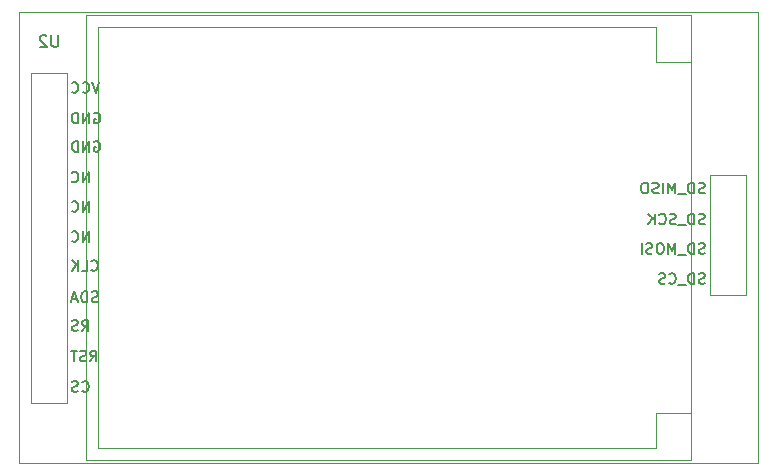
<source format=gbr>
%TF.GenerationSoftware,KiCad,Pcbnew,5.1.10-88a1d61d58~90~ubuntu20.04.1*%
%TF.CreationDate,2021-09-12T16:28:58-04:00*%
%TF.ProjectId,VoltageCurrentPowerMeter,566f6c74-6167-4654-9375-7272656e7450,rev?*%
%TF.SameCoordinates,Original*%
%TF.FileFunction,Legend,Bot*%
%TF.FilePolarity,Positive*%
%FSLAX46Y46*%
G04 Gerber Fmt 4.6, Leading zero omitted, Abs format (unit mm)*
G04 Created by KiCad (PCBNEW 5.1.10-88a1d61d58~90~ubuntu20.04.1) date 2021-09-12 16:28:58*
%MOMM*%
%LPD*%
G01*
G04 APERTURE LIST*
%ADD10C,0.120000*%
%ADD11C,0.150000*%
G04 APERTURE END LIST*
D10*
%TO.C,U2*%
X55327800Y-89097800D02*
X52327800Y-89097800D01*
X52247800Y-116997800D02*
X52247800Y-89097800D01*
X55327800Y-116997800D02*
X55327800Y-89097800D01*
X55327800Y-116997800D02*
X52327800Y-116997800D01*
X51257200Y-122097800D02*
X113807200Y-122097800D01*
X113807200Y-122097800D02*
X113807200Y-83897800D01*
X51257200Y-83897800D02*
X113807200Y-83897800D01*
X51257200Y-122097800D02*
X51257200Y-83897800D01*
X109757200Y-107904280D02*
X112757200Y-107904280D01*
X112757200Y-107904280D02*
X112757200Y-97723960D01*
X112757200Y-97723960D02*
X109757200Y-97723960D01*
X109757200Y-97723960D02*
X109757200Y-107904280D01*
X56892200Y-121837800D02*
X56892200Y-84157800D01*
X108172200Y-121837800D02*
X108172200Y-84157800D01*
X56892200Y-121837800D02*
X108172200Y-121837800D01*
X56892200Y-84157800D02*
X108172200Y-84157800D01*
X57892200Y-120837800D02*
X57892200Y-85157800D01*
X57892200Y-120837800D02*
X105172200Y-120837800D01*
X57892200Y-85157800D02*
X105172200Y-85157800D01*
X105172200Y-120837800D02*
X105172200Y-117837800D01*
X105172200Y-88157800D02*
X105172200Y-85157800D01*
X105172200Y-117837800D02*
X108172200Y-117837800D01*
X105172200Y-88157800D02*
X108172200Y-88157800D01*
D11*
X54559104Y-85863180D02*
X54559104Y-86672704D01*
X54511485Y-86767942D01*
X54463866Y-86815561D01*
X54368628Y-86863180D01*
X54178152Y-86863180D01*
X54082914Y-86815561D01*
X54035295Y-86767942D01*
X53987676Y-86672704D01*
X53987676Y-85863180D01*
X53559104Y-85958419D02*
X53511485Y-85910800D01*
X53416247Y-85863180D01*
X53178152Y-85863180D01*
X53082914Y-85910800D01*
X53035295Y-85958419D01*
X52987676Y-86053657D01*
X52987676Y-86148895D01*
X53035295Y-86291752D01*
X53606723Y-86863180D01*
X52987676Y-86863180D01*
X58030414Y-89844782D02*
X57730414Y-90744782D01*
X57430414Y-89844782D01*
X56616128Y-90659068D02*
X56658985Y-90701925D01*
X56787557Y-90744782D01*
X56873271Y-90744782D01*
X57001842Y-90701925D01*
X57087557Y-90616211D01*
X57130414Y-90530497D01*
X57173271Y-90359068D01*
X57173271Y-90230497D01*
X57130414Y-90059068D01*
X57087557Y-89973354D01*
X57001842Y-89887640D01*
X56873271Y-89844782D01*
X56787557Y-89844782D01*
X56658985Y-89887640D01*
X56616128Y-89930497D01*
X55716128Y-90659068D02*
X55758985Y-90701925D01*
X55887557Y-90744782D01*
X55973271Y-90744782D01*
X56101842Y-90701925D01*
X56187557Y-90616211D01*
X56230414Y-90530497D01*
X56273271Y-90359068D01*
X56273271Y-90230497D01*
X56230414Y-90059068D01*
X56187557Y-89973354D01*
X56101842Y-89887640D01*
X55973271Y-89844782D01*
X55887557Y-89844782D01*
X55758985Y-89887640D01*
X55716128Y-89930497D01*
X57601842Y-92468280D02*
X57687557Y-92425422D01*
X57816128Y-92425422D01*
X57944700Y-92468280D01*
X58030414Y-92553994D01*
X58073271Y-92639708D01*
X58116128Y-92811137D01*
X58116128Y-92939708D01*
X58073271Y-93111137D01*
X58030414Y-93196851D01*
X57944700Y-93282565D01*
X57816128Y-93325422D01*
X57730414Y-93325422D01*
X57601842Y-93282565D01*
X57558985Y-93239708D01*
X57558985Y-92939708D01*
X57730414Y-92939708D01*
X57173271Y-93325422D02*
X57173271Y-92425422D01*
X56658985Y-93325422D01*
X56658985Y-92425422D01*
X56230414Y-93325422D02*
X56230414Y-92425422D01*
X56016128Y-92425422D01*
X55887557Y-92468280D01*
X55801842Y-92553994D01*
X55758985Y-92639708D01*
X55716128Y-92811137D01*
X55716128Y-92939708D01*
X55758985Y-93111137D01*
X55801842Y-93196851D01*
X55887557Y-93282565D01*
X56016128Y-93325422D01*
X56230414Y-93325422D01*
X57601842Y-94901600D02*
X57687557Y-94858742D01*
X57816128Y-94858742D01*
X57944700Y-94901600D01*
X58030414Y-94987314D01*
X58073271Y-95073028D01*
X58116128Y-95244457D01*
X58116128Y-95373028D01*
X58073271Y-95544457D01*
X58030414Y-95630171D01*
X57944700Y-95715885D01*
X57816128Y-95758742D01*
X57730414Y-95758742D01*
X57601842Y-95715885D01*
X57558985Y-95673028D01*
X57558985Y-95373028D01*
X57730414Y-95373028D01*
X57173271Y-95758742D02*
X57173271Y-94858742D01*
X56658985Y-95758742D01*
X56658985Y-94858742D01*
X56230414Y-95758742D02*
X56230414Y-94858742D01*
X56016128Y-94858742D01*
X55887557Y-94901600D01*
X55801842Y-94987314D01*
X55758985Y-95073028D01*
X55716128Y-95244457D01*
X55716128Y-95373028D01*
X55758985Y-95544457D01*
X55801842Y-95630171D01*
X55887557Y-95715885D01*
X56016128Y-95758742D01*
X56230414Y-95758742D01*
X57173271Y-98344462D02*
X57173271Y-97444462D01*
X56658985Y-98344462D01*
X56658985Y-97444462D01*
X55716128Y-98258748D02*
X55758985Y-98301605D01*
X55887557Y-98344462D01*
X55973271Y-98344462D01*
X56101842Y-98301605D01*
X56187557Y-98215891D01*
X56230414Y-98130177D01*
X56273271Y-97958748D01*
X56273271Y-97830177D01*
X56230414Y-97658748D01*
X56187557Y-97573034D01*
X56101842Y-97487320D01*
X55973271Y-97444462D01*
X55887557Y-97444462D01*
X55758985Y-97487320D01*
X55716128Y-97530177D01*
X57173271Y-100823502D02*
X57173271Y-99923502D01*
X56658985Y-100823502D01*
X56658985Y-99923502D01*
X55716128Y-100737788D02*
X55758985Y-100780645D01*
X55887557Y-100823502D01*
X55973271Y-100823502D01*
X56101842Y-100780645D01*
X56187557Y-100694931D01*
X56230414Y-100609217D01*
X56273271Y-100437788D01*
X56273271Y-100309217D01*
X56230414Y-100137788D01*
X56187557Y-100052074D01*
X56101842Y-99966360D01*
X55973271Y-99923502D01*
X55887557Y-99923502D01*
X55758985Y-99966360D01*
X55716128Y-100009217D01*
X57173271Y-103358422D02*
X57173271Y-102458422D01*
X56658985Y-103358422D01*
X56658985Y-102458422D01*
X55716128Y-103272708D02*
X55758985Y-103315565D01*
X55887557Y-103358422D01*
X55973271Y-103358422D01*
X56101842Y-103315565D01*
X56187557Y-103229851D01*
X56230414Y-103144137D01*
X56273271Y-102972708D01*
X56273271Y-102844137D01*
X56230414Y-102672708D01*
X56187557Y-102586994D01*
X56101842Y-102501280D01*
X55973271Y-102458422D01*
X55887557Y-102458422D01*
X55758985Y-102501280D01*
X55716128Y-102544137D01*
X57344700Y-105756828D02*
X57387557Y-105799685D01*
X57516128Y-105842542D01*
X57601842Y-105842542D01*
X57730414Y-105799685D01*
X57816128Y-105713971D01*
X57858985Y-105628257D01*
X57901842Y-105456828D01*
X57901842Y-105328257D01*
X57858985Y-105156828D01*
X57816128Y-105071114D01*
X57730414Y-104985400D01*
X57601842Y-104942542D01*
X57516128Y-104942542D01*
X57387557Y-104985400D01*
X57344700Y-105028257D01*
X56530414Y-105842542D02*
X56958985Y-105842542D01*
X56958985Y-104942542D01*
X56230414Y-105842542D02*
X56230414Y-104942542D01*
X55716128Y-105842542D02*
X56101842Y-105328257D01*
X55716128Y-104942542D02*
X56230414Y-105456828D01*
X57901842Y-108436205D02*
X57773271Y-108479062D01*
X57558985Y-108479062D01*
X57473271Y-108436205D01*
X57430414Y-108393348D01*
X57387557Y-108307634D01*
X57387557Y-108221920D01*
X57430414Y-108136205D01*
X57473271Y-108093348D01*
X57558985Y-108050491D01*
X57730414Y-108007634D01*
X57816128Y-107964777D01*
X57858985Y-107921920D01*
X57901842Y-107836205D01*
X57901842Y-107750491D01*
X57858985Y-107664777D01*
X57816128Y-107621920D01*
X57730414Y-107579062D01*
X57516128Y-107579062D01*
X57387557Y-107621920D01*
X57001842Y-108479062D02*
X57001842Y-107579062D01*
X56787557Y-107579062D01*
X56658985Y-107621920D01*
X56573271Y-107707634D01*
X56530414Y-107793348D01*
X56487557Y-107964777D01*
X56487557Y-108093348D01*
X56530414Y-108264777D01*
X56573271Y-108350491D01*
X56658985Y-108436205D01*
X56787557Y-108479062D01*
X57001842Y-108479062D01*
X56144700Y-108221920D02*
X55716128Y-108221920D01*
X56230414Y-108479062D02*
X55930414Y-107579062D01*
X55630414Y-108479062D01*
X56573271Y-110907302D02*
X56873271Y-110478731D01*
X57087557Y-110907302D02*
X57087557Y-110007302D01*
X56744700Y-110007302D01*
X56658985Y-110050160D01*
X56616128Y-110093017D01*
X56573271Y-110178731D01*
X56573271Y-110307302D01*
X56616128Y-110393017D01*
X56658985Y-110435874D01*
X56744700Y-110478731D01*
X57087557Y-110478731D01*
X56230414Y-110864445D02*
X56101842Y-110907302D01*
X55887557Y-110907302D01*
X55801842Y-110864445D01*
X55758985Y-110821588D01*
X55716128Y-110735874D01*
X55716128Y-110650160D01*
X55758985Y-110564445D01*
X55801842Y-110521588D01*
X55887557Y-110478731D01*
X56058985Y-110435874D01*
X56144700Y-110393017D01*
X56187557Y-110350160D01*
X56230414Y-110264445D01*
X56230414Y-110178731D01*
X56187557Y-110093017D01*
X56144700Y-110050160D01*
X56058985Y-110007302D01*
X55844700Y-110007302D01*
X55716128Y-110050160D01*
X57258985Y-113493022D02*
X57558985Y-113064451D01*
X57773271Y-113493022D02*
X57773271Y-112593022D01*
X57430414Y-112593022D01*
X57344700Y-112635880D01*
X57301842Y-112678737D01*
X57258985Y-112764451D01*
X57258985Y-112893022D01*
X57301842Y-112978737D01*
X57344700Y-113021594D01*
X57430414Y-113064451D01*
X57773271Y-113064451D01*
X56916128Y-113450165D02*
X56787557Y-113493022D01*
X56573271Y-113493022D01*
X56487557Y-113450165D01*
X56444700Y-113407308D01*
X56401842Y-113321594D01*
X56401842Y-113235880D01*
X56444700Y-113150165D01*
X56487557Y-113107308D01*
X56573271Y-113064451D01*
X56744700Y-113021594D01*
X56830414Y-112978737D01*
X56873271Y-112935880D01*
X56916128Y-112850165D01*
X56916128Y-112764451D01*
X56873271Y-112678737D01*
X56830414Y-112635880D01*
X56744700Y-112593022D01*
X56530414Y-112593022D01*
X56401842Y-112635880D01*
X56144700Y-112593022D02*
X55630414Y-112593022D01*
X55887557Y-113493022D02*
X55887557Y-112593022D01*
X56573271Y-115993028D02*
X56616128Y-116035885D01*
X56744700Y-116078742D01*
X56830414Y-116078742D01*
X56958985Y-116035885D01*
X57044700Y-115950171D01*
X57087557Y-115864457D01*
X57130414Y-115693028D01*
X57130414Y-115564457D01*
X57087557Y-115393028D01*
X57044700Y-115307314D01*
X56958985Y-115221600D01*
X56830414Y-115178742D01*
X56744700Y-115178742D01*
X56616128Y-115221600D01*
X56573271Y-115264457D01*
X56230414Y-116035885D02*
X56101842Y-116078742D01*
X55887557Y-116078742D01*
X55801842Y-116035885D01*
X55758985Y-115993028D01*
X55716128Y-115907314D01*
X55716128Y-115821600D01*
X55758985Y-115735885D01*
X55801842Y-115693028D01*
X55887557Y-115650171D01*
X56058985Y-115607314D01*
X56144700Y-115564457D01*
X56187557Y-115521600D01*
X56230414Y-115435885D01*
X56230414Y-115350171D01*
X56187557Y-115264457D01*
X56144700Y-115221600D01*
X56058985Y-115178742D01*
X55844700Y-115178742D01*
X55716128Y-115221600D01*
X109288271Y-99216005D02*
X109159700Y-99258862D01*
X108945414Y-99258862D01*
X108859700Y-99216005D01*
X108816842Y-99173148D01*
X108773985Y-99087434D01*
X108773985Y-99001720D01*
X108816842Y-98916005D01*
X108859700Y-98873148D01*
X108945414Y-98830291D01*
X109116842Y-98787434D01*
X109202557Y-98744577D01*
X109245414Y-98701720D01*
X109288271Y-98616005D01*
X109288271Y-98530291D01*
X109245414Y-98444577D01*
X109202557Y-98401720D01*
X109116842Y-98358862D01*
X108902557Y-98358862D01*
X108773985Y-98401720D01*
X108388271Y-99258862D02*
X108388271Y-98358862D01*
X108173985Y-98358862D01*
X108045414Y-98401720D01*
X107959700Y-98487434D01*
X107916842Y-98573148D01*
X107873985Y-98744577D01*
X107873985Y-98873148D01*
X107916842Y-99044577D01*
X107959700Y-99130291D01*
X108045414Y-99216005D01*
X108173985Y-99258862D01*
X108388271Y-99258862D01*
X107702557Y-99344577D02*
X107016842Y-99344577D01*
X106802557Y-99258862D02*
X106802557Y-98358862D01*
X106502557Y-99001720D01*
X106202557Y-98358862D01*
X106202557Y-99258862D01*
X105773985Y-99258862D02*
X105773985Y-98358862D01*
X105388271Y-99216005D02*
X105259700Y-99258862D01*
X105045414Y-99258862D01*
X104959700Y-99216005D01*
X104916842Y-99173148D01*
X104873985Y-99087434D01*
X104873985Y-99001720D01*
X104916842Y-98916005D01*
X104959700Y-98873148D01*
X105045414Y-98830291D01*
X105216842Y-98787434D01*
X105302557Y-98744577D01*
X105345414Y-98701720D01*
X105388271Y-98616005D01*
X105388271Y-98530291D01*
X105345414Y-98444577D01*
X105302557Y-98401720D01*
X105216842Y-98358862D01*
X105002557Y-98358862D01*
X104873985Y-98401720D01*
X104316842Y-98358862D02*
X104145414Y-98358862D01*
X104059700Y-98401720D01*
X103973985Y-98487434D01*
X103931128Y-98658862D01*
X103931128Y-98958862D01*
X103973985Y-99130291D01*
X104059700Y-99216005D01*
X104145414Y-99258862D01*
X104316842Y-99258862D01*
X104402557Y-99216005D01*
X104488271Y-99130291D01*
X104531128Y-98958862D01*
X104531128Y-98658862D01*
X104488271Y-98487434D01*
X104402557Y-98401720D01*
X104316842Y-98358862D01*
X109288271Y-101862685D02*
X109159700Y-101905542D01*
X108945414Y-101905542D01*
X108859700Y-101862685D01*
X108816842Y-101819828D01*
X108773985Y-101734114D01*
X108773985Y-101648400D01*
X108816842Y-101562685D01*
X108859700Y-101519828D01*
X108945414Y-101476971D01*
X109116842Y-101434114D01*
X109202557Y-101391257D01*
X109245414Y-101348400D01*
X109288271Y-101262685D01*
X109288271Y-101176971D01*
X109245414Y-101091257D01*
X109202557Y-101048400D01*
X109116842Y-101005542D01*
X108902557Y-101005542D01*
X108773985Y-101048400D01*
X108388271Y-101905542D02*
X108388271Y-101005542D01*
X108173985Y-101005542D01*
X108045414Y-101048400D01*
X107959700Y-101134114D01*
X107916842Y-101219828D01*
X107873985Y-101391257D01*
X107873985Y-101519828D01*
X107916842Y-101691257D01*
X107959700Y-101776971D01*
X108045414Y-101862685D01*
X108173985Y-101905542D01*
X108388271Y-101905542D01*
X107702557Y-101991257D02*
X107016842Y-101991257D01*
X106845414Y-101862685D02*
X106716842Y-101905542D01*
X106502557Y-101905542D01*
X106416842Y-101862685D01*
X106373985Y-101819828D01*
X106331128Y-101734114D01*
X106331128Y-101648400D01*
X106373985Y-101562685D01*
X106416842Y-101519828D01*
X106502557Y-101476971D01*
X106673985Y-101434114D01*
X106759700Y-101391257D01*
X106802557Y-101348400D01*
X106845414Y-101262685D01*
X106845414Y-101176971D01*
X106802557Y-101091257D01*
X106759700Y-101048400D01*
X106673985Y-101005542D01*
X106459700Y-101005542D01*
X106331128Y-101048400D01*
X105431128Y-101819828D02*
X105473985Y-101862685D01*
X105602557Y-101905542D01*
X105688271Y-101905542D01*
X105816842Y-101862685D01*
X105902557Y-101776971D01*
X105945414Y-101691257D01*
X105988271Y-101519828D01*
X105988271Y-101391257D01*
X105945414Y-101219828D01*
X105902557Y-101134114D01*
X105816842Y-101048400D01*
X105688271Y-101005542D01*
X105602557Y-101005542D01*
X105473985Y-101048400D01*
X105431128Y-101091257D01*
X105045414Y-101905542D02*
X105045414Y-101005542D01*
X104531128Y-101905542D02*
X104916842Y-101391257D01*
X104531128Y-101005542D02*
X105045414Y-101519828D01*
X109288271Y-104341725D02*
X109159700Y-104384582D01*
X108945414Y-104384582D01*
X108859700Y-104341725D01*
X108816842Y-104298868D01*
X108773985Y-104213154D01*
X108773985Y-104127440D01*
X108816842Y-104041725D01*
X108859700Y-103998868D01*
X108945414Y-103956011D01*
X109116842Y-103913154D01*
X109202557Y-103870297D01*
X109245414Y-103827440D01*
X109288271Y-103741725D01*
X109288271Y-103656011D01*
X109245414Y-103570297D01*
X109202557Y-103527440D01*
X109116842Y-103484582D01*
X108902557Y-103484582D01*
X108773985Y-103527440D01*
X108388271Y-104384582D02*
X108388271Y-103484582D01*
X108173985Y-103484582D01*
X108045414Y-103527440D01*
X107959700Y-103613154D01*
X107916842Y-103698868D01*
X107873985Y-103870297D01*
X107873985Y-103998868D01*
X107916842Y-104170297D01*
X107959700Y-104256011D01*
X108045414Y-104341725D01*
X108173985Y-104384582D01*
X108388271Y-104384582D01*
X107702557Y-104470297D02*
X107016842Y-104470297D01*
X106802557Y-104384582D02*
X106802557Y-103484582D01*
X106502557Y-104127440D01*
X106202557Y-103484582D01*
X106202557Y-104384582D01*
X105602557Y-103484582D02*
X105431128Y-103484582D01*
X105345414Y-103527440D01*
X105259700Y-103613154D01*
X105216842Y-103784582D01*
X105216842Y-104084582D01*
X105259700Y-104256011D01*
X105345414Y-104341725D01*
X105431128Y-104384582D01*
X105602557Y-104384582D01*
X105688271Y-104341725D01*
X105773985Y-104256011D01*
X105816842Y-104084582D01*
X105816842Y-103784582D01*
X105773985Y-103613154D01*
X105688271Y-103527440D01*
X105602557Y-103484582D01*
X104873985Y-104341725D02*
X104745414Y-104384582D01*
X104531128Y-104384582D01*
X104445414Y-104341725D01*
X104402557Y-104298868D01*
X104359700Y-104213154D01*
X104359700Y-104127440D01*
X104402557Y-104041725D01*
X104445414Y-103998868D01*
X104531128Y-103956011D01*
X104702557Y-103913154D01*
X104788271Y-103870297D01*
X104831128Y-103827440D01*
X104873985Y-103741725D01*
X104873985Y-103656011D01*
X104831128Y-103570297D01*
X104788271Y-103527440D01*
X104702557Y-103484582D01*
X104488271Y-103484582D01*
X104359700Y-103527440D01*
X103973985Y-104384582D02*
X103973985Y-103484582D01*
X109288271Y-106876645D02*
X109159700Y-106919502D01*
X108945414Y-106919502D01*
X108859700Y-106876645D01*
X108816842Y-106833788D01*
X108773985Y-106748074D01*
X108773985Y-106662360D01*
X108816842Y-106576645D01*
X108859700Y-106533788D01*
X108945414Y-106490931D01*
X109116842Y-106448074D01*
X109202557Y-106405217D01*
X109245414Y-106362360D01*
X109288271Y-106276645D01*
X109288271Y-106190931D01*
X109245414Y-106105217D01*
X109202557Y-106062360D01*
X109116842Y-106019502D01*
X108902557Y-106019502D01*
X108773985Y-106062360D01*
X108388271Y-106919502D02*
X108388271Y-106019502D01*
X108173985Y-106019502D01*
X108045414Y-106062360D01*
X107959700Y-106148074D01*
X107916842Y-106233788D01*
X107873985Y-106405217D01*
X107873985Y-106533788D01*
X107916842Y-106705217D01*
X107959700Y-106790931D01*
X108045414Y-106876645D01*
X108173985Y-106919502D01*
X108388271Y-106919502D01*
X107702557Y-107005217D02*
X107016842Y-107005217D01*
X106288271Y-106833788D02*
X106331128Y-106876645D01*
X106459700Y-106919502D01*
X106545414Y-106919502D01*
X106673985Y-106876645D01*
X106759700Y-106790931D01*
X106802557Y-106705217D01*
X106845414Y-106533788D01*
X106845414Y-106405217D01*
X106802557Y-106233788D01*
X106759700Y-106148074D01*
X106673985Y-106062360D01*
X106545414Y-106019502D01*
X106459700Y-106019502D01*
X106331128Y-106062360D01*
X106288271Y-106105217D01*
X105945414Y-106876645D02*
X105816842Y-106919502D01*
X105602557Y-106919502D01*
X105516842Y-106876645D01*
X105473985Y-106833788D01*
X105431128Y-106748074D01*
X105431128Y-106662360D01*
X105473985Y-106576645D01*
X105516842Y-106533788D01*
X105602557Y-106490931D01*
X105773985Y-106448074D01*
X105859700Y-106405217D01*
X105902557Y-106362360D01*
X105945414Y-106276645D01*
X105945414Y-106190931D01*
X105902557Y-106105217D01*
X105859700Y-106062360D01*
X105773985Y-106019502D01*
X105559700Y-106019502D01*
X105431128Y-106062360D01*
%TD*%
M02*

</source>
